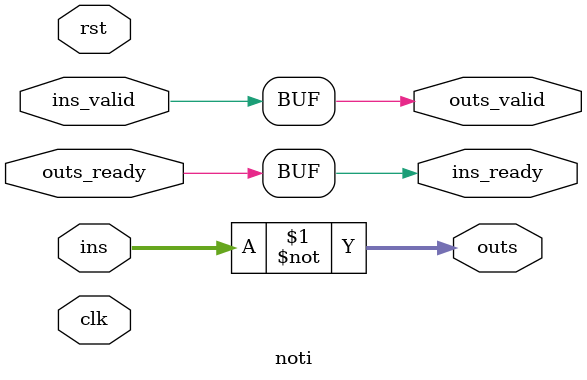
<source format=v>
`timescale 1ns/1ps
module noti #(
  parameter DATA_TYPE = 32
)(
  input  clk,
  input  rst,
  // Input channel
  input  [DATA_TYPE - 1 : 0] ins,
  input  ins_valid,
  output ins_ready,
  // Output channel
  output [DATA_TYPE - 1 : 0] outs,
  output outs_valid,
  input  outs_ready
);
  assign outs = ~ins;
  assign outs_valid = ins_valid;
  assign ins_ready = outs_ready;

endmodule

</source>
